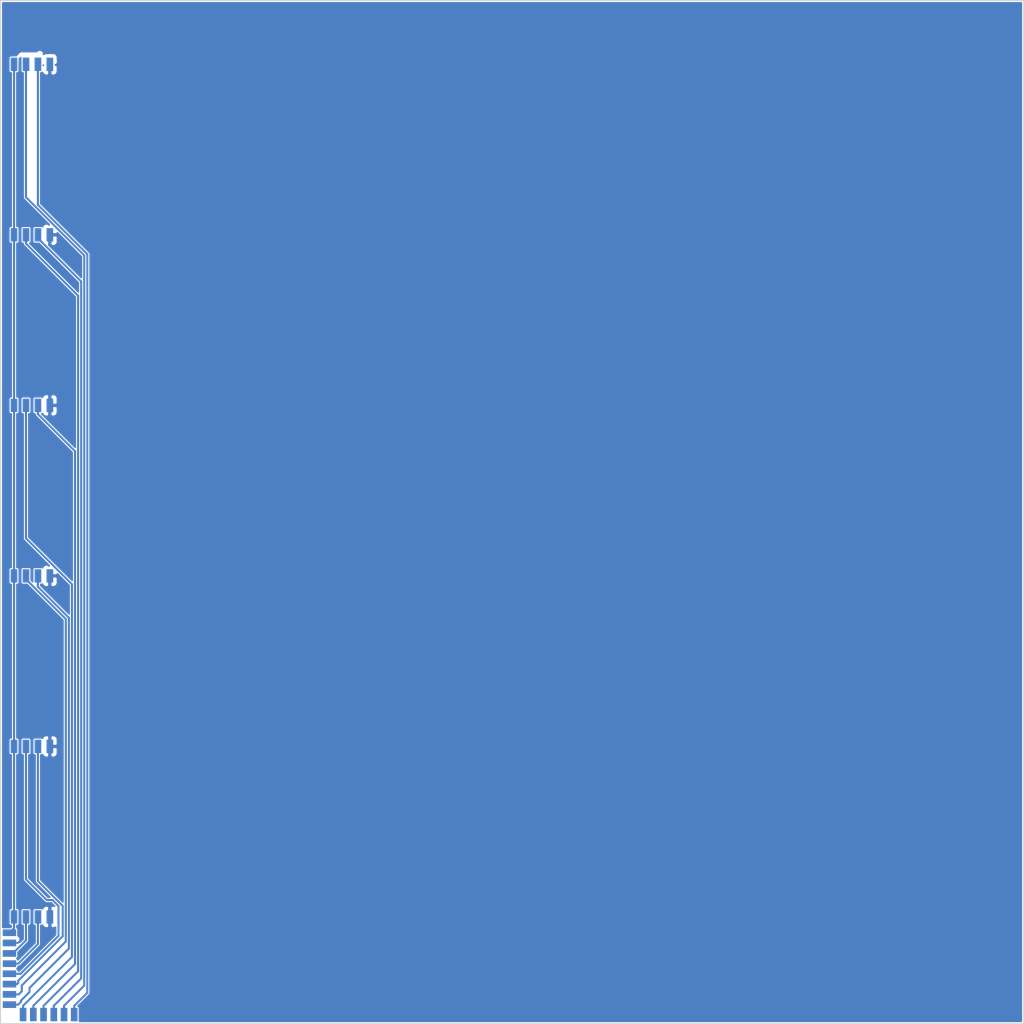
<source format=kicad_pcb>
(kicad_pcb (version 20171130) (host pcbnew 6.0.0-rc1-unknown-0cca1c6~65~ubuntu16.04.1)

  (general
    (thickness 1.6)
    (drawings 4)
    (tracks 80)
    (zones 0)
    (modules 38)
    (nets 5)
  )

  (page A4)
  (layers
    (0 F.Cu signal)
    (1 In1.Cu signal)
    (2 layer1 power)
    (31 layer2 signal)
    (32 B.Adhes user)
    (33 F.Adhes user)
    (34 B.Paste user)
    (35 F.Paste user)
    (36 B.SilkS user)
    (37 F.SilkS user)
    (38 B.Mask user)
    (39 F.Mask user)
    (40 Dwgs.User user)
    (41 Cmts.User user)
    (42 Eco1.User user)
    (43 Eco2.User user)
    (44 Edge.Cuts user)
    (45 Margin user)
    (46 B.CrtYd user)
    (47 F.CrtYd user)
    (48 B.Fab user)
    (49 F.Fab user)
  )

  (setup
    (last_trace_width 0.3048)
    (trace_clearance 0.1524)
    (zone_clearance 0.1524)
    (zone_45_only no)
    (trace_min 0.1524)
    (via_size 0.6)
    (via_drill 0.4)
    (via_min_size 0.4)
    (via_min_drill 0.3)
    (uvia_size 0.3)
    (uvia_drill 0.1)
    (uvias_allowed no)
    (uvia_min_size 0)
    (uvia_min_drill 0)
    (edge_width 0.15)
    (segment_width 0.2)
    (pcb_text_width 0.3)
    (pcb_text_size 1.5 1.5)
    (mod_edge_width 0.15)
    (mod_text_size 1 1)
    (mod_text_width 0.15)
    (pad_size 1 2)
    (pad_drill 0)
    (pad_to_mask_clearance 0.2)
    (aux_axis_origin 0 0)
    (grid_origin 139 92.5)
    (visible_elements FFFFFF7F)
    (pcbplotparams
      (layerselection 0x00030_80000001)
      (usegerberextensions false)
      (usegerberattributes false)
      (usegerberadvancedattributes false)
      (creategerberjobfile false)
      (excludeedgelayer true)
      (linewidth 0.100000)
      (plotframeref false)
      (viasonmask false)
      (mode 1)
      (useauxorigin false)
      (hpglpennumber 1)
      (hpglpenspeed 20)
      (hpglpendiameter 15.000000)
      (psnegative false)
      (psa4output false)
      (plotreference true)
      (plotvalue true)
      (plotinvisibletext false)
      (padsonsilk false)
      (subtractmaskfromsilk false)
      (outputformat 1)
      (mirror false)
      (drillshape 1)
      (scaleselection 1)
      (outputdirectory ""))
  )

  (net 0 "")
  (net 1 GND)
  (net 2 +3V3)
  (net 3 "Net-(J2-Pad1)")
  (net 4 "Net-(J1-Pad1)")

  (net_class Default "This is the default net class."
    (clearance 0.1524)
    (trace_width 0.3048)
    (via_dia 0.6)
    (via_drill 0.4)
    (uvia_dia 0.3)
    (uvia_drill 0.1)
    (add_net "Net-(J1-Pad1)")
    (add_net "Net-(J2-Pad1)")
  )

  (net_class 3.3 ""
    (clearance 0.1524)
    (trace_width 0.3048)
    (via_dia 0.6)
    (via_drill 0.4)
    (uvia_dia 0.3)
    (uvia_drill 0.1)
    (add_net +3V3)
  )

  (net_class GND ""
    (clearance 0.1524)
    (trace_width 0.254)
    (via_dia 0.6)
    (via_drill 0.4)
    (uvia_dia 0.3)
    (uvia_drill 0.1)
    (add_net GND)
  )

  (module custom_lib:SolderWirePad_single_SMD_1x2mm (layer layer2) (tedit 5B6AEF91) (tstamp 5B6E30C8)
    (at 52.132 164.255 90)
    (descr "Wire Pad, Square, SMD Pad,  1.5mm x 3mm,")
    (tags "MesurementPoint Square SMDPad 1.5mmx3mm ")
    (attr smd)
    (fp_text reference REF**5 (at 0 2.6416 90) (layer B.SilkS) hide
      (effects (font (size 1 1) (thickness 0.15)) (justify mirror))
    )
    (fp_text value SolderWirePad_single_SMD_1x2mm (at 0 -2.9464 90) (layer B.Fab) hide
      (effects (font (size 1 1) (thickness 0.15)) (justify mirror))
    )
    (fp_line (start 0.7 1.2) (end -0.7 1.2) (layer B.CrtYd) (width 0.05))
    (fp_line (start 0.7 -1.2) (end 0.7 1.2) (layer B.CrtYd) (width 0.05))
    (fp_line (start -0.7 -1.2) (end 0.7 -1.2) (layer B.CrtYd) (width 0.05))
    (fp_line (start -0.7 1.2) (end -0.7 -1.2) (layer B.CrtYd) (width 0.05))
    (pad 1 smd rect (at 0 0 90) (size 1 2) (layers layer2 B.Paste B.Mask)
      (net 2 +3V3))
  )

  (module custom_lib:SolderWirePad_single_SMD_1x2mm (layer layer2) (tedit 5B6AEF86) (tstamp 5B6E2F6C)
    (at 52.132 165.779 90)
    (descr "Wire Pad, Square, SMD Pad,  1.5mm x 3mm,")
    (tags "MesurementPoint Square SMDPad 1.5mmx3mm ")
    (attr smd)
    (fp_text reference REF**5 (at 0 2.6416 90) (layer B.SilkS) hide
      (effects (font (size 1 1) (thickness 0.15)) (justify mirror))
    )
    (fp_text value SolderWirePad_single_SMD_1x2mm (at 0 -2.9464 90) (layer B.Fab) hide
      (effects (font (size 1 1) (thickness 0.15)) (justify mirror))
    )
    (fp_line (start -0.7 1.2) (end -0.7 -1.2) (layer B.CrtYd) (width 0.05))
    (fp_line (start -0.7 -1.2) (end 0.7 -1.2) (layer B.CrtYd) (width 0.05))
    (fp_line (start 0.7 -1.2) (end 0.7 1.2) (layer B.CrtYd) (width 0.05))
    (fp_line (start 0.7 1.2) (end -0.7 1.2) (layer B.CrtYd) (width 0.05))
    (pad 1 smd rect (at 0 0 90) (size 1 2) (layers layer2 B.Paste B.Mask)
      (net 1 GND))
  )

  (module custom_lib:SolderWirePad_single_SMD_1x2mm (layer layer2) (tedit 5B6AEFA0) (tstamp 5B6E2074)
    (at 52.135 170.369 270)
    (descr "Wire Pad, Square, SMD Pad,  1.5mm x 3mm,")
    (tags "MesurementPoint Square SMDPad 1.5mmx3mm ")
    (attr smd)
    (fp_text reference REF**5 (at 0 2.6416 270) (layer B.SilkS) hide
      (effects (font (size 1 1) (thickness 0.15)) (justify mirror))
    )
    (fp_text value SolderWirePad_single_SMD_1x2mm (at 0 -2.9464 270) (layer B.Fab) hide
      (effects (font (size 1 1) (thickness 0.15)) (justify mirror))
    )
    (fp_line (start -0.7 1.2) (end -0.7 -1.2) (layer B.CrtYd) (width 0.05))
    (fp_line (start -0.7 -1.2) (end 0.7 -1.2) (layer B.CrtYd) (width 0.05))
    (fp_line (start 0.7 -1.2) (end 0.7 1.2) (layer B.CrtYd) (width 0.05))
    (fp_line (start 0.7 1.2) (end -0.7 1.2) (layer B.CrtYd) (width 0.05))
    (pad 1 smd rect (at 0 0 270) (size 1 2) (layers layer2 B.Paste B.Mask)
      (net 3 "Net-(J2-Pad1)"))
  )

  (module custom_lib:SolderWirePad_single_SMD_1x2mm (layer layer2) (tedit 5B6AEFA0) (tstamp 5B6E206C)
    (at 52.135 173.4424 270)
    (descr "Wire Pad, Square, SMD Pad,  1.5mm x 3mm,")
    (tags "MesurementPoint Square SMDPad 1.5mmx3mm ")
    (attr smd)
    (fp_text reference REF**5 (at 0 2.6416 270) (layer B.SilkS) hide
      (effects (font (size 1 1) (thickness 0.15)) (justify mirror))
    )
    (fp_text value SolderWirePad_single_SMD_1x2mm (at 0 -2.9464 270) (layer B.Fab) hide
      (effects (font (size 1 1) (thickness 0.15)) (justify mirror))
    )
    (fp_line (start 0.7 1.2) (end -0.7 1.2) (layer B.CrtYd) (width 0.05))
    (fp_line (start 0.7 -1.2) (end 0.7 1.2) (layer B.CrtYd) (width 0.05))
    (fp_line (start -0.7 -1.2) (end 0.7 -1.2) (layer B.CrtYd) (width 0.05))
    (fp_line (start -0.7 1.2) (end -0.7 -1.2) (layer B.CrtYd) (width 0.05))
    (pad 1 smd rect (at 0 0 270) (size 1 2) (layers layer2 B.Paste B.Mask)
      (net 3 "Net-(J2-Pad1)"))
  )

  (module custom_lib:SolderWirePad_single_SMD_1x2mm (layer layer2) (tedit 5B6AEFA5) (tstamp 5B6E2064)
    (at 52.135 174.9664 270)
    (descr "Wire Pad, Square, SMD Pad,  1.5mm x 3mm,")
    (tags "MesurementPoint Square SMDPad 1.5mmx3mm ")
    (attr smd)
    (fp_text reference REF**5 (at 0 2.6416 270) (layer B.SilkS) hide
      (effects (font (size 1 1) (thickness 0.15)) (justify mirror))
    )
    (fp_text value SolderWirePad_single_SMD_1x2mm (at 0 -2.9464 270) (layer B.Fab) hide
      (effects (font (size 1 1) (thickness 0.15)) (justify mirror))
    )
    (fp_line (start -0.7 1.2) (end -0.7 -1.2) (layer B.CrtYd) (width 0.05))
    (fp_line (start -0.7 -1.2) (end 0.7 -1.2) (layer B.CrtYd) (width 0.05))
    (fp_line (start 0.7 -1.2) (end 0.7 1.2) (layer B.CrtYd) (width 0.05))
    (fp_line (start 0.7 1.2) (end -0.7 1.2) (layer B.CrtYd) (width 0.05))
    (pad 1 smd rect (at 0 0 270) (size 1 2) (layers layer2 B.Paste B.Mask)
      (net 4 "Net-(J1-Pad1)"))
  )

  (module custom_lib:SolderWirePad_single_SMD_1x2mm (layer layer2) (tedit 5B6AEFA5) (tstamp 5B6E205C)
    (at 52.135 171.914 270)
    (descr "Wire Pad, Square, SMD Pad,  1.5mm x 3mm,")
    (tags "MesurementPoint Square SMDPad 1.5mmx3mm ")
    (attr smd)
    (fp_text reference REF**5 (at 0 2.6416 270) (layer B.SilkS) hide
      (effects (font (size 1 1) (thickness 0.15)) (justify mirror))
    )
    (fp_text value SolderWirePad_single_SMD_1x2mm (at 0 -2.9464 270) (layer B.Fab) hide
      (effects (font (size 1 1) (thickness 0.15)) (justify mirror))
    )
    (fp_line (start 0.7 1.2) (end -0.7 1.2) (layer B.CrtYd) (width 0.05))
    (fp_line (start 0.7 -1.2) (end 0.7 1.2) (layer B.CrtYd) (width 0.05))
    (fp_line (start -0.7 -1.2) (end 0.7 -1.2) (layer B.CrtYd) (width 0.05))
    (fp_line (start -0.7 1.2) (end -0.7 -1.2) (layer B.CrtYd) (width 0.05))
    (pad 1 smd rect (at 0 0 270) (size 1 2) (layers layer2 B.Paste B.Mask)
      (net 4 "Net-(J1-Pad1)"))
  )

  (module custom_lib:SolderWirePad_single_SMD_1x2mm (layer layer2) (tedit 5B6AEFA0) (tstamp 5B6E1ECD)
    (at 52.135 167.342 270)
    (descr "Wire Pad, Square, SMD Pad,  1.5mm x 3mm,")
    (tags "MesurementPoint Square SMDPad 1.5mmx3mm ")
    (attr smd)
    (fp_text reference REF**5 (at 0 2.6416 270) (layer B.SilkS) hide
      (effects (font (size 1 1) (thickness 0.15)) (justify mirror))
    )
    (fp_text value SolderWirePad_single_SMD_1x2mm (at 0 -2.9464 270) (layer B.Fab) hide
      (effects (font (size 1 1) (thickness 0.15)) (justify mirror))
    )
    (fp_line (start -0.7 1.2) (end -0.7 -1.2) (layer B.CrtYd) (width 0.05))
    (fp_line (start -0.7 -1.2) (end 0.7 -1.2) (layer B.CrtYd) (width 0.05))
    (fp_line (start 0.7 -1.2) (end 0.7 1.2) (layer B.CrtYd) (width 0.05))
    (fp_line (start 0.7 1.2) (end -0.7 1.2) (layer B.CrtYd) (width 0.05))
    (pad 1 smd rect (at 0 0 270) (size 1 2) (layers layer2 B.Paste B.Mask)
      (net 3 "Net-(J2-Pad1)"))
  )

  (module custom_lib:SolderWirePad_single_SMD_1x2mm (layer layer2) (tedit 5B6AEFA0) (tstamp 5B6E1EC5)
    (at 54.164 176.447)
    (descr "Wire Pad, Square, SMD Pad,  1.5mm x 3mm,")
    (tags "MesurementPoint Square SMDPad 1.5mmx3mm ")
    (attr smd)
    (fp_text reference REF**5 (at 0 2.6416) (layer B.SilkS) hide
      (effects (font (size 1 1) (thickness 0.15)) (justify mirror))
    )
    (fp_text value SolderWirePad_single_SMD_1x2mm (at 0 -2.9464) (layer B.Fab) hide
      (effects (font (size 1 1) (thickness 0.15)) (justify mirror))
    )
    (fp_line (start 0.7 1.2) (end -0.7 1.2) (layer B.CrtYd) (width 0.05))
    (fp_line (start 0.7 -1.2) (end 0.7 1.2) (layer B.CrtYd) (width 0.05))
    (fp_line (start -0.7 -1.2) (end 0.7 -1.2) (layer B.CrtYd) (width 0.05))
    (fp_line (start -0.7 1.2) (end -0.7 -1.2) (layer B.CrtYd) (width 0.05))
    (pad 1 smd rect (at 0 0) (size 1 2) (layers layer2 B.Paste B.Mask)
      (net 3 "Net-(J2-Pad1)"))
  )

  (module custom_lib:SolderWirePad_single_SMD_1x2mm (layer layer2) (tedit 5B6AEFA5) (tstamp 5B6E1EBD)
    (at 55.688 176.4352)
    (descr "Wire Pad, Square, SMD Pad,  1.5mm x 3mm,")
    (tags "MesurementPoint Square SMDPad 1.5mmx3mm ")
    (attr smd)
    (fp_text reference REF**5 (at 0 2.6416) (layer B.SilkS) hide
      (effects (font (size 1 1) (thickness 0.15)) (justify mirror))
    )
    (fp_text value SolderWirePad_single_SMD_1x2mm (at 0 -2.9464) (layer B.Fab) hide
      (effects (font (size 1 1) (thickness 0.15)) (justify mirror))
    )
    (fp_line (start -0.7 1.2) (end -0.7 -1.2) (layer B.CrtYd) (width 0.05))
    (fp_line (start -0.7 -1.2) (end 0.7 -1.2) (layer B.CrtYd) (width 0.05))
    (fp_line (start 0.7 -1.2) (end 0.7 1.2) (layer B.CrtYd) (width 0.05))
    (fp_line (start 0.7 1.2) (end -0.7 1.2) (layer B.CrtYd) (width 0.05))
    (pad 1 smd rect (at 0 0) (size 1 2) (layers layer2 B.Paste B.Mask)
      (net 4 "Net-(J1-Pad1)"))
  )

  (module custom_lib:SolderWirePad_single_SMD_1x2mm (layer layer2) (tedit 5B6AEFA5) (tstamp 5B6E1EB5)
    (at 52.135 168.866 270)
    (descr "Wire Pad, Square, SMD Pad,  1.5mm x 3mm,")
    (tags "MesurementPoint Square SMDPad 1.5mmx3mm ")
    (attr smd)
    (fp_text reference REF**5 (at 0 2.6416 270) (layer B.SilkS) hide
      (effects (font (size 1 1) (thickness 0.15)) (justify mirror))
    )
    (fp_text value SolderWirePad_single_SMD_1x2mm (at 0 -2.9464 270) (layer B.Fab) hide
      (effects (font (size 1 1) (thickness 0.15)) (justify mirror))
    )
    (fp_line (start 0.7 1.2) (end -0.7 1.2) (layer B.CrtYd) (width 0.05))
    (fp_line (start 0.7 -1.2) (end 0.7 1.2) (layer B.CrtYd) (width 0.05))
    (fp_line (start -0.7 -1.2) (end 0.7 -1.2) (layer B.CrtYd) (width 0.05))
    (fp_line (start -0.7 1.2) (end -0.7 -1.2) (layer B.CrtYd) (width 0.05))
    (pad 1 smd rect (at 0 0 270) (size 1 2) (layers layer2 B.Paste B.Mask)
      (net 4 "Net-(J1-Pad1)"))
  )

  (module custom_lib:SolderWirePad_single_SMD_1x2mm (layer layer2) (tedit 5B6AEFA0) (tstamp 5B6E1D5E)
    (at 57.212 176.447)
    (descr "Wire Pad, Square, SMD Pad,  1.5mm x 3mm,")
    (tags "MesurementPoint Square SMDPad 1.5mmx3mm ")
    (attr smd)
    (fp_text reference REF**5 (at 0 2.6416) (layer B.SilkS) hide
      (effects (font (size 1 1) (thickness 0.15)) (justify mirror))
    )
    (fp_text value SolderWirePad_single_SMD_1x2mm (at 0 -2.9464) (layer B.Fab) hide
      (effects (font (size 1 1) (thickness 0.15)) (justify mirror))
    )
    (fp_line (start 0.7 1.2) (end -0.7 1.2) (layer B.CrtYd) (width 0.05))
    (fp_line (start 0.7 -1.2) (end 0.7 1.2) (layer B.CrtYd) (width 0.05))
    (fp_line (start -0.7 -1.2) (end 0.7 -1.2) (layer B.CrtYd) (width 0.05))
    (fp_line (start -0.7 1.2) (end -0.7 -1.2) (layer B.CrtYd) (width 0.05))
    (pad 1 smd rect (at 0 0) (size 1 2) (layers layer2 B.Paste B.Mask)
      (net 3 "Net-(J2-Pad1)"))
  )

  (module custom_lib:SolderWirePad_single_SMD_1x2mm (layer layer2) (tedit 5B6AEFA5) (tstamp 5B6E1D56)
    (at 58.736 176.447)
    (descr "Wire Pad, Square, SMD Pad,  1.5mm x 3mm,")
    (tags "MesurementPoint Square SMDPad 1.5mmx3mm ")
    (attr smd)
    (fp_text reference REF**5 (at 0 2.6416) (layer B.SilkS) hide
      (effects (font (size 1 1) (thickness 0.15)) (justify mirror))
    )
    (fp_text value SolderWirePad_single_SMD_1x2mm (at 0 -2.9464) (layer B.Fab) hide
      (effects (font (size 1 1) (thickness 0.15)) (justify mirror))
    )
    (fp_line (start -0.7 1.2) (end -0.7 -1.2) (layer B.CrtYd) (width 0.05))
    (fp_line (start -0.7 -1.2) (end 0.7 -1.2) (layer B.CrtYd) (width 0.05))
    (fp_line (start 0.7 -1.2) (end 0.7 1.2) (layer B.CrtYd) (width 0.05))
    (fp_line (start 0.7 1.2) (end -0.7 1.2) (layer B.CrtYd) (width 0.05))
    (pad 1 smd rect (at 0 0) (size 1 2) (layers layer2 B.Paste B.Mask)
      (net 4 "Net-(J1-Pad1)"))
  )

  (module custom_lib:SolderWirePad_single_SMD_1x2mm (layer layer2) (tedit 5B6AEFA0) (tstamp 5B6E1B5E)
    (at 60.26 176.447)
    (descr "Wire Pad, Square, SMD Pad,  1.5mm x 3mm,")
    (tags "MesurementPoint Square SMDPad 1.5mmx3mm ")
    (attr smd)
    (fp_text reference REF**5 (at 0 2.6416) (layer B.SilkS) hide
      (effects (font (size 1 1) (thickness 0.15)) (justify mirror))
    )
    (fp_text value SolderWirePad_single_SMD_1x2mm (at 0 -2.9464) (layer B.Fab) hide
      (effects (font (size 1 1) (thickness 0.15)) (justify mirror))
    )
    (fp_line (start -0.7 1.2) (end -0.7 -1.2) (layer B.CrtYd) (width 0.05))
    (fp_line (start -0.7 -1.2) (end 0.7 -1.2) (layer B.CrtYd) (width 0.05))
    (fp_line (start 0.7 -1.2) (end 0.7 1.2) (layer B.CrtYd) (width 0.05))
    (fp_line (start 0.7 1.2) (end -0.7 1.2) (layer B.CrtYd) (width 0.05))
    (pad 1 smd rect (at 0 0) (size 1 2) (layers layer2 B.Paste B.Mask)
      (net 3 "Net-(J2-Pad1)"))
  )

  (module custom_lib:SolderWirePad_single_SMD_1x2mm (layer layer2) (tedit 5B6AEFA5) (tstamp 5B6E1B56)
    (at 61.784 176.447)
    (descr "Wire Pad, Square, SMD Pad,  1.5mm x 3mm,")
    (tags "MesurementPoint Square SMDPad 1.5mmx3mm ")
    (attr smd)
    (fp_text reference REF**5 (at 0 2.6416) (layer B.SilkS) hide
      (effects (font (size 1 1) (thickness 0.15)) (justify mirror))
    )
    (fp_text value SolderWirePad_single_SMD_1x2mm (at 0 -2.9464) (layer B.Fab) hide
      (effects (font (size 1 1) (thickness 0.15)) (justify mirror))
    )
    (fp_line (start 0.7 1.2) (end -0.7 1.2) (layer B.CrtYd) (width 0.05))
    (fp_line (start 0.7 -1.2) (end 0.7 1.2) (layer B.CrtYd) (width 0.05))
    (fp_line (start -0.7 -1.2) (end 0.7 -1.2) (layer B.CrtYd) (width 0.05))
    (fp_line (start -0.7 1.2) (end -0.7 -1.2) (layer B.CrtYd) (width 0.05))
    (pad 1 smd rect (at 0 0) (size 1 2) (layers layer2 B.Paste B.Mask)
      (net 4 "Net-(J1-Pad1)"))
  )

  (module custom_lib:SolderWirePad_single_SMD_1x2mm (layer layer2) (tedit 5B6AEF86) (tstamp 5B6E190E)
    (at 58.1518 161.9064)
    (descr "Wire Pad, Square, SMD Pad,  1.5mm x 3mm,")
    (tags "MesurementPoint Square SMDPad 1.5mmx3mm ")
    (attr smd)
    (fp_text reference REF**5 (at 0 2.6416) (layer B.SilkS) hide
      (effects (font (size 1 1) (thickness 0.15)) (justify mirror))
    )
    (fp_text value SolderWirePad_single_SMD_1x2mm (at 0 -2.9464) (layer B.Fab) hide
      (effects (font (size 1 1) (thickness 0.15)) (justify mirror))
    )
    (fp_line (start 0.7 1.2) (end -0.7 1.2) (layer B.CrtYd) (width 0.05))
    (fp_line (start 0.7 -1.2) (end 0.7 1.2) (layer B.CrtYd) (width 0.05))
    (fp_line (start -0.7 -1.2) (end 0.7 -1.2) (layer B.CrtYd) (width 0.05))
    (fp_line (start -0.7 1.2) (end -0.7 -1.2) (layer B.CrtYd) (width 0.05))
    (pad 1 smd rect (at 0 0) (size 1 2) (layers layer2 B.Paste B.Mask)
      (net 1 GND))
  )

  (module custom_lib:SolderWirePad_single_SMD_1x2mm (layer layer2) (tedit 5B6AEF86) (tstamp 5B6E1906)
    (at 58.1518 136.5064)
    (descr "Wire Pad, Square, SMD Pad,  1.5mm x 3mm,")
    (tags "MesurementPoint Square SMDPad 1.5mmx3mm ")
    (attr smd)
    (fp_text reference REF**4 (at 0 2.6416) (layer B.SilkS) hide
      (effects (font (size 1 1) (thickness 0.15)) (justify mirror))
    )
    (fp_text value SolderWirePad_single_SMD_1x2mm (at 0 -2.9464) (layer B.Fab) hide
      (effects (font (size 1 1) (thickness 0.15)) (justify mirror))
    )
    (fp_line (start 0.7 1.2) (end -0.7 1.2) (layer B.CrtYd) (width 0.05))
    (fp_line (start 0.7 -1.2) (end 0.7 1.2) (layer B.CrtYd) (width 0.05))
    (fp_line (start -0.7 -1.2) (end 0.7 -1.2) (layer B.CrtYd) (width 0.05))
    (fp_line (start -0.7 1.2) (end -0.7 -1.2) (layer B.CrtYd) (width 0.05))
    (pad 1 smd rect (at 0 0) (size 1 2) (layers layer2 B.Paste B.Mask)
      (net 1 GND))
  )

  (module custom_lib:SolderWirePad_single_SMD_1x2mm (layer layer2) (tedit 5B6AEF86) (tstamp 5B6E18FE)
    (at 58.1518 111.1064)
    (descr "Wire Pad, Square, SMD Pad,  1.5mm x 3mm,")
    (tags "MesurementPoint Square SMDPad 1.5mmx3mm ")
    (attr smd)
    (fp_text reference REF**3 (at 0 2.6416) (layer B.SilkS) hide
      (effects (font (size 1 1) (thickness 0.15)) (justify mirror))
    )
    (fp_text value SolderWirePad_single_SMD_1x2mm (at 0 -2.9464) (layer B.Fab) hide
      (effects (font (size 1 1) (thickness 0.15)) (justify mirror))
    )
    (fp_line (start 0.7 1.2) (end -0.7 1.2) (layer B.CrtYd) (width 0.05))
    (fp_line (start 0.7 -1.2) (end 0.7 1.2) (layer B.CrtYd) (width 0.05))
    (fp_line (start -0.7 -1.2) (end 0.7 -1.2) (layer B.CrtYd) (width 0.05))
    (fp_line (start -0.7 1.2) (end -0.7 -1.2) (layer B.CrtYd) (width 0.05))
    (pad 1 smd rect (at 0 0) (size 1 2) (layers layer2 B.Paste B.Mask)
      (net 1 GND))
  )

  (module custom_lib:SolderWirePad_single_SMD_1x2mm (layer layer2) (tedit 5B6AEF86) (tstamp 5B6E18F6)
    (at 58.1518 85.7064)
    (descr "Wire Pad, Square, SMD Pad,  1.5mm x 3mm,")
    (tags "MesurementPoint Square SMDPad 1.5mmx3mm ")
    (attr smd)
    (fp_text reference REF**2 (at 0 2.6416) (layer B.SilkS) hide
      (effects (font (size 1 1) (thickness 0.15)) (justify mirror))
    )
    (fp_text value SolderWirePad_single_SMD_1x2mm (at 0 -2.9464) (layer B.Fab) hide
      (effects (font (size 1 1) (thickness 0.15)) (justify mirror))
    )
    (fp_line (start 0.7 1.2) (end -0.7 1.2) (layer B.CrtYd) (width 0.05))
    (fp_line (start 0.7 -1.2) (end 0.7 1.2) (layer B.CrtYd) (width 0.05))
    (fp_line (start -0.7 -1.2) (end 0.7 -1.2) (layer B.CrtYd) (width 0.05))
    (fp_line (start -0.7 1.2) (end -0.7 -1.2) (layer B.CrtYd) (width 0.05))
    (pad 1 smd rect (at 0 0) (size 1 2) (layers layer2 B.Paste B.Mask)
      (net 1 GND))
  )

  (module custom_lib:SolderWirePad_single_SMD_1x2mm (layer layer2) (tedit 5B6AEF86) (tstamp 5B6E18EE)
    (at 58.1518 60.3064)
    (descr "Wire Pad, Square, SMD Pad,  1.5mm x 3mm,")
    (tags "MesurementPoint Square SMDPad 1.5mmx3mm ")
    (attr smd)
    (fp_text reference REF**1 (at 0 2.6416) (layer B.SilkS) hide
      (effects (font (size 1 1) (thickness 0.15)) (justify mirror))
    )
    (fp_text value SolderWirePad_single_SMD_1x2mm (at 0 -2.9464) (layer B.Fab) hide
      (effects (font (size 1 1) (thickness 0.15)) (justify mirror))
    )
    (fp_line (start 0.7 1.2) (end -0.7 1.2) (layer B.CrtYd) (width 0.05))
    (fp_line (start 0.7 -1.2) (end 0.7 1.2) (layer B.CrtYd) (width 0.05))
    (fp_line (start -0.7 -1.2) (end 0.7 -1.2) (layer B.CrtYd) (width 0.05))
    (fp_line (start -0.7 1.2) (end -0.7 -1.2) (layer B.CrtYd) (width 0.05))
    (pad 1 smd rect (at 0 0) (size 1 2) (layers layer2 B.Paste B.Mask)
      (net 1 GND))
  )

  (module custom_lib:SolderWirePad_single_SMD_1x2mm (layer layer2) (tedit 5B6AEFA5) (tstamp 5B6E18E6)
    (at 56.3738 161.9064)
    (descr "Wire Pad, Square, SMD Pad,  1.5mm x 3mm,")
    (tags "MesurementPoint Square SMDPad 1.5mmx3mm ")
    (attr smd)
    (fp_text reference REF**5 (at 0 2.6416) (layer B.SilkS) hide
      (effects (font (size 1 1) (thickness 0.15)) (justify mirror))
    )
    (fp_text value SolderWirePad_single_SMD_1x2mm (at 0 -2.9464) (layer B.Fab) hide
      (effects (font (size 1 1) (thickness 0.15)) (justify mirror))
    )
    (fp_line (start -0.7 1.2) (end -0.7 -1.2) (layer B.CrtYd) (width 0.05))
    (fp_line (start -0.7 -1.2) (end 0.7 -1.2) (layer B.CrtYd) (width 0.05))
    (fp_line (start 0.7 -1.2) (end 0.7 1.2) (layer B.CrtYd) (width 0.05))
    (fp_line (start 0.7 1.2) (end -0.7 1.2) (layer B.CrtYd) (width 0.05))
    (pad 1 smd rect (at 0 0) (size 1 2) (layers layer2 B.Paste B.Mask)
      (net 4 "Net-(J1-Pad1)"))
  )

  (module custom_lib:SolderWirePad_single_SMD_1x2mm (layer layer2) (tedit 5B6AEFA5) (tstamp 5B6E18DE)
    (at 56.3738 136.5064)
    (descr "Wire Pad, Square, SMD Pad,  1.5mm x 3mm,")
    (tags "MesurementPoint Square SMDPad 1.5mmx3mm ")
    (attr smd)
    (fp_text reference REF**4 (at 0 2.6416) (layer B.SilkS) hide
      (effects (font (size 1 1) (thickness 0.15)) (justify mirror))
    )
    (fp_text value SolderWirePad_single_SMD_1x2mm (at 0 -2.9464) (layer B.Fab) hide
      (effects (font (size 1 1) (thickness 0.15)) (justify mirror))
    )
    (fp_line (start -0.7 1.2) (end -0.7 -1.2) (layer B.CrtYd) (width 0.05))
    (fp_line (start -0.7 -1.2) (end 0.7 -1.2) (layer B.CrtYd) (width 0.05))
    (fp_line (start 0.7 -1.2) (end 0.7 1.2) (layer B.CrtYd) (width 0.05))
    (fp_line (start 0.7 1.2) (end -0.7 1.2) (layer B.CrtYd) (width 0.05))
    (pad 1 smd rect (at 0 0) (size 1 2) (layers layer2 B.Paste B.Mask)
      (net 4 "Net-(J1-Pad1)"))
  )

  (module custom_lib:SolderWirePad_single_SMD_1x2mm (layer layer2) (tedit 5B6AEFA5) (tstamp 5B6E18D6)
    (at 56.3738 111.1064)
    (descr "Wire Pad, Square, SMD Pad,  1.5mm x 3mm,")
    (tags "MesurementPoint Square SMDPad 1.5mmx3mm ")
    (attr smd)
    (fp_text reference REF**3 (at 0 2.6416) (layer B.SilkS) hide
      (effects (font (size 1 1) (thickness 0.15)) (justify mirror))
    )
    (fp_text value SolderWirePad_single_SMD_1x2mm (at 0 -2.9464) (layer B.Fab) hide
      (effects (font (size 1 1) (thickness 0.15)) (justify mirror))
    )
    (fp_line (start -0.7 1.2) (end -0.7 -1.2) (layer B.CrtYd) (width 0.05))
    (fp_line (start -0.7 -1.2) (end 0.7 -1.2) (layer B.CrtYd) (width 0.05))
    (fp_line (start 0.7 -1.2) (end 0.7 1.2) (layer B.CrtYd) (width 0.05))
    (fp_line (start 0.7 1.2) (end -0.7 1.2) (layer B.CrtYd) (width 0.05))
    (pad 1 smd rect (at 0 0) (size 1 2) (layers layer2 B.Paste B.Mask)
      (net 4 "Net-(J1-Pad1)"))
  )

  (module custom_lib:SolderWirePad_single_SMD_1x2mm (layer layer2) (tedit 5B6AEFA5) (tstamp 5B6E18CE)
    (at 56.3738 85.7064)
    (descr "Wire Pad, Square, SMD Pad,  1.5mm x 3mm,")
    (tags "MesurementPoint Square SMDPad 1.5mmx3mm ")
    (attr smd)
    (fp_text reference REF**2 (at 0 2.6416) (layer B.SilkS) hide
      (effects (font (size 1 1) (thickness 0.15)) (justify mirror))
    )
    (fp_text value SolderWirePad_single_SMD_1x2mm (at 0 -2.9464) (layer B.Fab) hide
      (effects (font (size 1 1) (thickness 0.15)) (justify mirror))
    )
    (fp_line (start -0.7 1.2) (end -0.7 -1.2) (layer B.CrtYd) (width 0.05))
    (fp_line (start -0.7 -1.2) (end 0.7 -1.2) (layer B.CrtYd) (width 0.05))
    (fp_line (start 0.7 -1.2) (end 0.7 1.2) (layer B.CrtYd) (width 0.05))
    (fp_line (start 0.7 1.2) (end -0.7 1.2) (layer B.CrtYd) (width 0.05))
    (pad 1 smd rect (at 0 0) (size 1 2) (layers layer2 B.Paste B.Mask)
      (net 4 "Net-(J1-Pad1)"))
  )

  (module custom_lib:SolderWirePad_single_SMD_1x2mm (layer layer2) (tedit 5B6AEFA5) (tstamp 5B6E18C6)
    (at 56.3738 60.3064)
    (descr "Wire Pad, Square, SMD Pad,  1.5mm x 3mm,")
    (tags "MesurementPoint Square SMDPad 1.5mmx3mm ")
    (attr smd)
    (fp_text reference REF**1 (at 0 2.6416) (layer B.SilkS) hide
      (effects (font (size 1 1) (thickness 0.15)) (justify mirror))
    )
    (fp_text value SolderWirePad_single_SMD_1x2mm (at 0 -2.9464) (layer B.Fab) hide
      (effects (font (size 1 1) (thickness 0.15)) (justify mirror))
    )
    (fp_line (start -0.7 1.2) (end -0.7 -1.2) (layer B.CrtYd) (width 0.05))
    (fp_line (start -0.7 -1.2) (end 0.7 -1.2) (layer B.CrtYd) (width 0.05))
    (fp_line (start 0.7 -1.2) (end 0.7 1.2) (layer B.CrtYd) (width 0.05))
    (fp_line (start 0.7 1.2) (end -0.7 1.2) (layer B.CrtYd) (width 0.05))
    (pad 1 smd rect (at 0 0) (size 1 2) (layers layer2 B.Paste B.Mask)
      (net 4 "Net-(J1-Pad1)"))
  )

  (module custom_lib:SolderWirePad_single_SMD_1x2mm (layer layer2) (tedit 5B6AEFA0) (tstamp 5B6E18BE)
    (at 54.5958 161.9064)
    (descr "Wire Pad, Square, SMD Pad,  1.5mm x 3mm,")
    (tags "MesurementPoint Square SMDPad 1.5mmx3mm ")
    (attr smd)
    (fp_text reference REF**5 (at 0 2.6416) (layer B.SilkS) hide
      (effects (font (size 1 1) (thickness 0.15)) (justify mirror))
    )
    (fp_text value SolderWirePad_single_SMD_1x2mm (at 0 -2.9464) (layer B.Fab) hide
      (effects (font (size 1 1) (thickness 0.15)) (justify mirror))
    )
    (fp_line (start 0.7 1.2) (end -0.7 1.2) (layer B.CrtYd) (width 0.05))
    (fp_line (start 0.7 -1.2) (end 0.7 1.2) (layer B.CrtYd) (width 0.05))
    (fp_line (start -0.7 -1.2) (end 0.7 -1.2) (layer B.CrtYd) (width 0.05))
    (fp_line (start -0.7 1.2) (end -0.7 -1.2) (layer B.CrtYd) (width 0.05))
    (pad 1 smd rect (at 0 0) (size 1 2) (layers layer2 B.Paste B.Mask)
      (net 3 "Net-(J2-Pad1)"))
  )

  (module custom_lib:SolderWirePad_single_SMD_1x2mm (layer layer2) (tedit 5B6AEFA0) (tstamp 5B6E18B6)
    (at 54.5958 136.5064)
    (descr "Wire Pad, Square, SMD Pad,  1.5mm x 3mm,")
    (tags "MesurementPoint Square SMDPad 1.5mmx3mm ")
    (attr smd)
    (fp_text reference REF**4 (at 0 2.6416) (layer B.SilkS) hide
      (effects (font (size 1 1) (thickness 0.15)) (justify mirror))
    )
    (fp_text value SolderWirePad_single_SMD_1x2mm (at 0 -2.9464) (layer B.Fab) hide
      (effects (font (size 1 1) (thickness 0.15)) (justify mirror))
    )
    (fp_line (start 0.7 1.2) (end -0.7 1.2) (layer B.CrtYd) (width 0.05))
    (fp_line (start 0.7 -1.2) (end 0.7 1.2) (layer B.CrtYd) (width 0.05))
    (fp_line (start -0.7 -1.2) (end 0.7 -1.2) (layer B.CrtYd) (width 0.05))
    (fp_line (start -0.7 1.2) (end -0.7 -1.2) (layer B.CrtYd) (width 0.05))
    (pad 1 smd rect (at 0 0) (size 1 2) (layers layer2 B.Paste B.Mask)
      (net 3 "Net-(J2-Pad1)"))
  )

  (module custom_lib:SolderWirePad_single_SMD_1x2mm (layer layer2) (tedit 5B6AEFA0) (tstamp 5B6E18AE)
    (at 54.5958 111.1064)
    (descr "Wire Pad, Square, SMD Pad,  1.5mm x 3mm,")
    (tags "MesurementPoint Square SMDPad 1.5mmx3mm ")
    (attr smd)
    (fp_text reference REF**3 (at 0 2.6416) (layer B.SilkS) hide
      (effects (font (size 1 1) (thickness 0.15)) (justify mirror))
    )
    (fp_text value SolderWirePad_single_SMD_1x2mm (at 0 -2.9464) (layer B.Fab) hide
      (effects (font (size 1 1) (thickness 0.15)) (justify mirror))
    )
    (fp_line (start 0.7 1.2) (end -0.7 1.2) (layer B.CrtYd) (width 0.05))
    (fp_line (start 0.7 -1.2) (end 0.7 1.2) (layer B.CrtYd) (width 0.05))
    (fp_line (start -0.7 -1.2) (end 0.7 -1.2) (layer B.CrtYd) (width 0.05))
    (fp_line (start -0.7 1.2) (end -0.7 -1.2) (layer B.CrtYd) (width 0.05))
    (pad 1 smd rect (at 0 0) (size 1 2) (layers layer2 B.Paste B.Mask)
      (net 3 "Net-(J2-Pad1)"))
  )

  (module custom_lib:SolderWirePad_single_SMD_1x2mm (layer layer2) (tedit 5B6AEFA0) (tstamp 5B6E18A6)
    (at 54.5958 85.7064)
    (descr "Wire Pad, Square, SMD Pad,  1.5mm x 3mm,")
    (tags "MesurementPoint Square SMDPad 1.5mmx3mm ")
    (attr smd)
    (fp_text reference REF**2 (at 0 2.6416) (layer B.SilkS) hide
      (effects (font (size 1 1) (thickness 0.15)) (justify mirror))
    )
    (fp_text value SolderWirePad_single_SMD_1x2mm (at 0 -2.9464) (layer B.Fab) hide
      (effects (font (size 1 1) (thickness 0.15)) (justify mirror))
    )
    (fp_line (start 0.7 1.2) (end -0.7 1.2) (layer B.CrtYd) (width 0.05))
    (fp_line (start 0.7 -1.2) (end 0.7 1.2) (layer B.CrtYd) (width 0.05))
    (fp_line (start -0.7 -1.2) (end 0.7 -1.2) (layer B.CrtYd) (width 0.05))
    (fp_line (start -0.7 1.2) (end -0.7 -1.2) (layer B.CrtYd) (width 0.05))
    (pad 1 smd rect (at 0 0) (size 1 2) (layers layer2 B.Paste B.Mask)
      (net 3 "Net-(J2-Pad1)"))
  )

  (module custom_lib:SolderWirePad_single_SMD_1x2mm (layer layer2) (tedit 5B6AEFA0) (tstamp 5B6E189E)
    (at 54.5958 60.3064)
    (descr "Wire Pad, Square, SMD Pad,  1.5mm x 3mm,")
    (tags "MesurementPoint Square SMDPad 1.5mmx3mm ")
    (attr smd)
    (fp_text reference REF**1 (at 0 2.6416) (layer B.SilkS) hide
      (effects (font (size 1 1) (thickness 0.15)) (justify mirror))
    )
    (fp_text value SolderWirePad_single_SMD_1x2mm (at 0 -2.9464) (layer B.Fab) hide
      (effects (font (size 1 1) (thickness 0.15)) (justify mirror))
    )
    (fp_line (start 0.7 1.2) (end -0.7 1.2) (layer B.CrtYd) (width 0.05))
    (fp_line (start 0.7 -1.2) (end 0.7 1.2) (layer B.CrtYd) (width 0.05))
    (fp_line (start -0.7 -1.2) (end 0.7 -1.2) (layer B.CrtYd) (width 0.05))
    (fp_line (start -0.7 1.2) (end -0.7 -1.2) (layer B.CrtYd) (width 0.05))
    (pad 1 smd rect (at 0 0) (size 1 2) (layers layer2 B.Paste B.Mask)
      (net 3 "Net-(J2-Pad1)"))
  )

  (module custom_lib:SolderWirePad_single_SMD_1x2mm (layer layer2) (tedit 5B6AEF91) (tstamp 5B6E1896)
    (at 52.8178 161.9064)
    (descr "Wire Pad, Square, SMD Pad,  1.5mm x 3mm,")
    (tags "MesurementPoint Square SMDPad 1.5mmx3mm ")
    (attr smd)
    (fp_text reference REF**5 (at 0 2.6416) (layer B.SilkS) hide
      (effects (font (size 1 1) (thickness 0.15)) (justify mirror))
    )
    (fp_text value SolderWirePad_single_SMD_1x2mm (at 0 -2.9464) (layer B.Fab) hide
      (effects (font (size 1 1) (thickness 0.15)) (justify mirror))
    )
    (fp_line (start -0.7 1.2) (end -0.7 -1.2) (layer B.CrtYd) (width 0.05))
    (fp_line (start -0.7 -1.2) (end 0.7 -1.2) (layer B.CrtYd) (width 0.05))
    (fp_line (start 0.7 -1.2) (end 0.7 1.2) (layer B.CrtYd) (width 0.05))
    (fp_line (start 0.7 1.2) (end -0.7 1.2) (layer B.CrtYd) (width 0.05))
    (pad 1 smd rect (at 0 0) (size 1 2) (layers layer2 B.Paste B.Mask)
      (net 2 +3V3))
  )

  (module custom_lib:SolderWirePad_single_SMD_1x2mm (layer layer2) (tedit 5B6AEF91) (tstamp 5B6E188E)
    (at 52.8178 136.5064)
    (descr "Wire Pad, Square, SMD Pad,  1.5mm x 3mm,")
    (tags "MesurementPoint Square SMDPad 1.5mmx3mm ")
    (attr smd)
    (fp_text reference REF**4 (at 0 2.6416) (layer B.SilkS) hide
      (effects (font (size 1 1) (thickness 0.15)) (justify mirror))
    )
    (fp_text value SolderWirePad_single_SMD_1x2mm (at 0 -2.9464) (layer B.Fab) hide
      (effects (font (size 1 1) (thickness 0.15)) (justify mirror))
    )
    (fp_line (start -0.7 1.2) (end -0.7 -1.2) (layer B.CrtYd) (width 0.05))
    (fp_line (start -0.7 -1.2) (end 0.7 -1.2) (layer B.CrtYd) (width 0.05))
    (fp_line (start 0.7 -1.2) (end 0.7 1.2) (layer B.CrtYd) (width 0.05))
    (fp_line (start 0.7 1.2) (end -0.7 1.2) (layer B.CrtYd) (width 0.05))
    (pad 1 smd rect (at 0 0) (size 1 2) (layers layer2 B.Paste B.Mask)
      (net 2 +3V3))
  )

  (module custom_lib:SolderWirePad_single_SMD_1x2mm (layer layer2) (tedit 5B6AEF91) (tstamp 5B6E1886)
    (at 52.8178 111.1064)
    (descr "Wire Pad, Square, SMD Pad,  1.5mm x 3mm,")
    (tags "MesurementPoint Square SMDPad 1.5mmx3mm ")
    (attr smd)
    (fp_text reference REF**3 (at 0 2.6416) (layer B.SilkS) hide
      (effects (font (size 1 1) (thickness 0.15)) (justify mirror))
    )
    (fp_text value SolderWirePad_single_SMD_1x2mm (at 0 -2.9464) (layer B.Fab) hide
      (effects (font (size 1 1) (thickness 0.15)) (justify mirror))
    )
    (fp_line (start -0.7 1.2) (end -0.7 -1.2) (layer B.CrtYd) (width 0.05))
    (fp_line (start -0.7 -1.2) (end 0.7 -1.2) (layer B.CrtYd) (width 0.05))
    (fp_line (start 0.7 -1.2) (end 0.7 1.2) (layer B.CrtYd) (width 0.05))
    (fp_line (start 0.7 1.2) (end -0.7 1.2) (layer B.CrtYd) (width 0.05))
    (pad 1 smd rect (at 0 0) (size 1 2) (layers layer2 B.Paste B.Mask)
      (net 2 +3V3))
  )

  (module custom_lib:SolderWirePad_single_SMD_1x2mm (layer layer2) (tedit 5B6AEF91) (tstamp 5B6E187E)
    (at 52.8178 85.7064)
    (descr "Wire Pad, Square, SMD Pad,  1.5mm x 3mm,")
    (tags "MesurementPoint Square SMDPad 1.5mmx3mm ")
    (attr smd)
    (fp_text reference REF**2 (at 0 2.6416) (layer B.SilkS) hide
      (effects (font (size 1 1) (thickness 0.15)) (justify mirror))
    )
    (fp_text value SolderWirePad_single_SMD_1x2mm (at 0 -2.9464) (layer B.Fab) hide
      (effects (font (size 1 1) (thickness 0.15)) (justify mirror))
    )
    (fp_line (start -0.7 1.2) (end -0.7 -1.2) (layer B.CrtYd) (width 0.05))
    (fp_line (start -0.7 -1.2) (end 0.7 -1.2) (layer B.CrtYd) (width 0.05))
    (fp_line (start 0.7 -1.2) (end 0.7 1.2) (layer B.CrtYd) (width 0.05))
    (fp_line (start 0.7 1.2) (end -0.7 1.2) (layer B.CrtYd) (width 0.05))
    (pad 1 smd rect (at 0 0) (size 1 2) (layers layer2 B.Paste B.Mask)
      (net 2 +3V3))
  )

  (module custom_lib:SolderWirePad_single_SMD_1x2mm (layer layer2) (tedit 5B6AEF91) (tstamp 5B6E1876)
    (at 52.8178 60.3064)
    (descr "Wire Pad, Square, SMD Pad,  1.5mm x 3mm,")
    (tags "MesurementPoint Square SMDPad 1.5mmx3mm ")
    (attr smd)
    (fp_text reference REF**1 (at 0 2.6416) (layer B.SilkS) hide
      (effects (font (size 1 1) (thickness 0.15)) (justify mirror))
    )
    (fp_text value SolderWirePad_single_SMD_1x2mm (at 0 -2.9464) (layer B.Fab) hide
      (effects (font (size 1 1) (thickness 0.15)) (justify mirror))
    )
    (fp_line (start -0.7 1.2) (end -0.7 -1.2) (layer B.CrtYd) (width 0.05))
    (fp_line (start -0.7 -1.2) (end 0.7 -1.2) (layer B.CrtYd) (width 0.05))
    (fp_line (start 0.7 -1.2) (end 0.7 1.2) (layer B.CrtYd) (width 0.05))
    (fp_line (start 0.7 1.2) (end -0.7 1.2) (layer B.CrtYd) (width 0.05))
    (pad 1 smd rect (at 0 0) (size 1 2) (layers layer2 B.Paste B.Mask)
      (net 2 +3V3))
  )

  (module custom_lib:SolderWirePad_single_SMD_1x2mm (layer layer2) (tedit 5B6AEF91) (tstamp 5B6E0F7C)
    (at 52.8178 34.9064)
    (descr "Wire Pad, Square, SMD Pad,  1.5mm x 3mm,")
    (tags "MesurementPoint Square SMDPad 1.5mmx3mm ")
    (attr smd)
    (fp_text reference REF** (at 0 2.6416) (layer B.SilkS) hide
      (effects (font (size 1 1) (thickness 0.15)) (justify mirror))
    )
    (fp_text value SolderWirePad_single_SMD_1x2mm (at 0 -2.9464) (layer B.Fab) hide
      (effects (font (size 1 1) (thickness 0.15)) (justify mirror))
    )
    (fp_line (start 0.7 1.2) (end -0.7 1.2) (layer B.CrtYd) (width 0.05))
    (fp_line (start 0.7 -1.2) (end 0.7 1.2) (layer B.CrtYd) (width 0.05))
    (fp_line (start -0.7 -1.2) (end 0.7 -1.2) (layer B.CrtYd) (width 0.05))
    (fp_line (start -0.7 1.2) (end -0.7 -1.2) (layer B.CrtYd) (width 0.05))
    (pad 1 smd rect (at 0 0) (size 1 2) (layers layer2 B.Paste B.Mask)
      (net 2 +3V3))
  )

  (module custom_lib:SolderWirePad_single_SMD_1x2mm (layer layer2) (tedit 5B6AEFA0) (tstamp 5B6E0F53)
    (at 54.5958 34.9064)
    (descr "Wire Pad, Square, SMD Pad,  1.5mm x 3mm,")
    (tags "MesurementPoint Square SMDPad 1.5mmx3mm ")
    (attr smd)
    (fp_text reference REF** (at 0 2.6416) (layer B.SilkS) hide
      (effects (font (size 1 1) (thickness 0.15)) (justify mirror))
    )
    (fp_text value SolderWirePad_single_SMD_1x2mm (at 0 -2.9464) (layer B.Fab) hide
      (effects (font (size 1 1) (thickness 0.15)) (justify mirror))
    )
    (fp_line (start -0.7 1.2) (end -0.7 -1.2) (layer B.CrtYd) (width 0.05))
    (fp_line (start -0.7 -1.2) (end 0.7 -1.2) (layer B.CrtYd) (width 0.05))
    (fp_line (start 0.7 -1.2) (end 0.7 1.2) (layer B.CrtYd) (width 0.05))
    (fp_line (start 0.7 1.2) (end -0.7 1.2) (layer B.CrtYd) (width 0.05))
    (pad 1 smd rect (at 0 0) (size 1 2) (layers layer2 B.Paste B.Mask)
      (net 3 "Net-(J2-Pad1)"))
  )

  (module custom_lib:SolderWirePad_single_SMD_1x2mm (layer layer2) (tedit 5B6AEFA5) (tstamp 5B6E0F1F)
    (at 56.3738 34.9064)
    (descr "Wire Pad, Square, SMD Pad,  1.5mm x 3mm,")
    (tags "MesurementPoint Square SMDPad 1.5mmx3mm ")
    (attr smd)
    (fp_text reference REF** (at 0 2.6416) (layer B.SilkS) hide
      (effects (font (size 1 1) (thickness 0.15)) (justify mirror))
    )
    (fp_text value SolderWirePad_single_SMD_1x2mm (at 0 -2.9464) (layer B.Fab) hide
      (effects (font (size 1 1) (thickness 0.15)) (justify mirror))
    )
    (fp_line (start 0.7 1.2) (end -0.7 1.2) (layer B.CrtYd) (width 0.05))
    (fp_line (start 0.7 -1.2) (end 0.7 1.2) (layer B.CrtYd) (width 0.05))
    (fp_line (start -0.7 -1.2) (end 0.7 -1.2) (layer B.CrtYd) (width 0.05))
    (fp_line (start -0.7 1.2) (end -0.7 -1.2) (layer B.CrtYd) (width 0.05))
    (pad 1 smd rect (at 0 0) (size 1 2) (layers layer2 B.Paste B.Mask)
      (net 4 "Net-(J1-Pad1)"))
  )

  (module custom_lib:SolderWirePad_single_SMD_1x2mm (layer layer2) (tedit 5B6AEF86) (tstamp 5B6E0F1D)
    (at 58.1518 34.9064)
    (descr "Wire Pad, Square, SMD Pad,  1.5mm x 3mm,")
    (tags "MesurementPoint Square SMDPad 1.5mmx3mm ")
    (attr smd)
    (fp_text reference REF** (at 0 2.6416) (layer B.SilkS) hide
      (effects (font (size 1 1) (thickness 0.15)) (justify mirror))
    )
    (fp_text value SolderWirePad_single_SMD_1x2mm (at 0 -2.9464) (layer B.Fab) hide
      (effects (font (size 1 1) (thickness 0.15)) (justify mirror))
    )
    (fp_line (start -0.7 1.2) (end -0.7 -1.2) (layer B.CrtYd) (width 0.05))
    (fp_line (start -0.7 -1.2) (end 0.7 -1.2) (layer B.CrtYd) (width 0.05))
    (fp_line (start 0.7 -1.2) (end 0.7 1.2) (layer B.CrtYd) (width 0.05))
    (fp_line (start 0.7 1.2) (end -0.7 1.2) (layer B.CrtYd) (width 0.05))
    (pad 1 smd rect (at 0 0) (size 1 2) (layers layer2 B.Paste B.Mask)
      (net 1 GND))
  )

  (gr_line (start 50.8 177.8) (end 50.8 25.4) (layer Edge.Cuts) (width 0.15))
  (gr_line (start 203.2 177.8) (end 50.8 177.8) (layer Edge.Cuts) (width 0.15))
  (gr_line (start 203.2 25.4) (end 203.2 177.8) (layer Edge.Cuts) (width 0.15))
  (gr_line (start 50.8 25.4) (end 203.2 25.4) (layer Edge.Cuts) (width 0.15))

  (segment (start 53.386 165.779) (end 53.721 165.444) (width 0.254) (layer layer2) (net 1))
  (segment (start 52.132 165.779) (end 53.386 165.779) (width 0.254) (layer layer2) (net 1))
  (segment (start 53.721 165.444) (end 53.721 164.719) (width 0.254) (layer layer2) (net 1))
  (segment (start 52.8178 34.9064) (end 52.8178 60.3064) (width 0.3048) (layer layer2) (net 2))
  (segment (start 52.8178 61.6112) (end 52.8178 85.7064) (width 0.3048) (layer layer2) (net 2))
  (segment (start 52.8178 60.3064) (end 52.8178 61.6112) (width 0.3048) (layer layer2) (net 2))
  (segment (start 52.8178 87.0112) (end 52.8178 111.1064) (width 0.3048) (layer layer2) (net 2))
  (segment (start 52.8178 85.7064) (end 52.8178 87.0112) (width 0.3048) (layer layer2) (net 2))
  (segment (start 52.8178 112.4112) (end 52.8178 136.5064) (width 0.3048) (layer layer2) (net 2))
  (segment (start 52.8178 111.1064) (end 52.8178 112.4112) (width 0.3048) (layer layer2) (net 2))
  (segment (start 52.8178 136.5064) (end 52.8178 161.9064) (width 0.3048) (layer layer2) (net 2))
  (segment (start 52.8178 163.5692) (end 52.132 164.255) (width 0.3048) (layer layer2) (net 2))
  (segment (start 52.8178 161.9064) (end 52.8178 163.5692) (width 0.3048) (layer layer2) (net 2))
  (segment (start 54.624 34.378) (end 54.624 35.1676) (width 0.3048) (layer layer2) (net 3))
  (segment (start 54.164 175.1422) (end 54.164 176.447) (width 0.3048) (layer layer2) (net 3))
  (segment (start 61.44263 167.86357) (end 54.164 175.1422) (width 0.3048) (layer layer2) (net 3))
  (segment (start 61.44263 112.348588) (end 61.44263 167.86357) (width 0.3048) (layer layer2) (net 3))
  (segment (start 54.5958 105.501758) (end 61.44263 112.348588) (width 0.3048) (layer layer2) (net 3))
  (segment (start 54.5958 85.7064) (end 54.5958 105.501758) (width 0.3048) (layer layer2) (net 3))
  (segment (start 57.212 175.1422) (end 57.212 176.447) (width 0.3048) (layer layer2) (net 3))
  (segment (start 62.35705 69.37245) (end 62.35705 169.99715) (width 0.3048) (layer layer2) (net 3))
  (segment (start 62.35705 169.99715) (end 57.212 175.1422) (width 0.3048) (layer layer2) (net 3))
  (segment (start 54.5958 61.6112) (end 62.35705 69.37245) (width 0.3048) (layer layer2) (net 3))
  (segment (start 54.5958 60.3064) (end 54.5958 61.6112) (width 0.3048) (layer layer2) (net 3))
  (segment (start 60.26 175.1422) (end 60.26 176.447) (width 0.3048) (layer layer2) (net 3))
  (segment (start 63.27147 172.13073) (end 60.26 175.1422) (width 0.3048) (layer layer2) (net 3))
  (segment (start 63.27147 63.377428) (end 63.27147 172.13073) (width 0.3048) (layer layer2) (net 3))
  (segment (start 54.5958 54.701758) (end 63.27147 63.377428) (width 0.3048) (layer layer2) (net 3))
  (segment (start 54.5958 34.9064) (end 54.5958 54.701758) (width 0.3048) (layer layer2) (net 3))
  (segment (start 53.786 170.369) (end 52.135 170.369) (width 0.3048) (layer layer2) (net 3))
  (segment (start 54.5958 156.301758) (end 57.679042 159.385) (width 0.3048) (layer layer2) (net 3))
  (segment (start 54.5958 136.5064) (end 54.5958 156.301758) (width 0.3048) (layer layer2) (net 3))
  (segment (start 57.679042 159.385) (end 58.547 159.385) (width 0.3048) (layer layer2) (net 3))
  (segment (start 58.547 159.385) (end 59.436 160.274) (width 0.3048) (layer layer2) (net 3))
  (segment (start 59.436 160.274) (end 59.436 164.719) (width 0.3048) (layer layer2) (net 3))
  (segment (start 59.436 164.719) (end 53.786 170.369) (width 0.3048) (layer layer2) (net 3))
  (segment (start 53.5066 173.4424) (end 52.135 173.4424) (width 0.3048) (layer layer2) (net 3))
  (segment (start 54.5958 111.6064) (end 60.52821 117.53881) (width 0.3048) (layer layer2) (net 3))
  (segment (start 54.5958 111.1064) (end 54.5958 111.6064) (width 0.3048) (layer layer2) (net 3))
  (segment (start 60.52821 117.53881) (end 60.52821 165.54919) (width 0.3048) (layer layer2) (net 3))
  (segment (start 53.975 172.1024) (end 53.975 172.974) (width 0.3048) (layer layer2) (net 3))
  (segment (start 53.975 172.974) (end 53.5066 173.4424) (width 0.3048) (layer layer2) (net 3))
  (segment (start 60.52821 165.54919) (end 53.975 172.1024) (width 0.3048) (layer layer2) (net 3))
  (segment (start 52.635 167.342) (end 52.135 167.342) (width 0.3048) (layer layer2) (net 3))
  (segment (start 54.5958 165.3812) (end 52.635 167.342) (width 0.3048) (layer layer2) (net 3))
  (segment (start 54.5958 161.9064) (end 54.5958 165.3812) (width 0.3048) (layer layer2) (net 3))
  (segment (start 56.3738 156.565208) (end 60.071 160.262408) (width 0.3048) (layer layer2) (net 4))
  (segment (start 56.3738 136.5064) (end 56.3738 156.565208) (width 0.3048) (layer layer2) (net 4))
  (segment (start 60.071 164.7748) (end 53.4398 171.406) (width 0.3048) (layer layer2) (net 4))
  (segment (start 60.071 160.262408) (end 60.071 164.7748) (width 0.3048) (layer layer2) (net 4))
  (segment (start 61.89984 168.91856) (end 55.688 175.1304) (width 0.3048) (layer layer2) (net 4))
  (segment (start 61.89984 92.53724) (end 61.89984 168.91856) (width 0.3048) (layer layer2) (net 4))
  (segment (start 56.3738 87.0112) (end 61.89984 92.53724) (width 0.3048) (layer layer2) (net 4))
  (segment (start 55.688 175.1304) (end 55.688 176.4352) (width 0.3048) (layer layer2) (net 4))
  (segment (start 56.3738 85.7064) (end 56.3738 87.0112) (width 0.3048) (layer layer2) (net 4))
  (segment (start 58.736 175.1422) (end 58.736 176.447) (width 0.3048) (layer layer2) (net 4))
  (segment (start 62.81426 171.06394) (end 58.736 175.1422) (width 0.3048) (layer layer2) (net 4))
  (segment (start 62.81426 67.24686) (end 62.81426 171.06394) (width 0.3048) (layer layer2) (net 4))
  (segment (start 56.3738 60.8064) (end 62.81426 67.24686) (width 0.3048) (layer layer2) (net 4))
  (segment (start 56.3738 60.3064) (end 56.3738 60.8064) (width 0.3048) (layer layer2) (net 4))
  (segment (start 63.72868 173.19752) (end 61.784 175.1422) (width 0.3048) (layer layer2) (net 4))
  (segment (start 63.72868 63.188046) (end 63.72868 173.19752) (width 0.3048) (layer layer2) (net 4))
  (segment (start 61.784 175.1422) (end 61.784 176.447) (width 0.3048) (layer layer2) (net 4))
  (segment (start 56.3738 55.833166) (end 63.72868 63.188046) (width 0.3048) (layer layer2) (net 4))
  (segment (start 56.3738 34.9064) (end 56.3738 55.833166) (width 0.3048) (layer layer2) (net 4))
  (segment (start 53.4398 171.406) (end 53.4398 171.7312) (width 0.3048) (layer layer2) (net 4))
  (segment (start 53.257 171.914) (end 52.135 171.914) (width 0.3048) (layer layer2) (net 4))
  (segment (start 53.4398 171.7312) (end 53.257 171.914) (width 0.3048) (layer layer2) (net 4))
  (segment (start 53.848 174.5582) (end 53.4398 174.9664) (width 0.3048) (layer layer2) (net 4))
  (segment (start 53.848 174.371) (end 53.848 174.5582) (width 0.3048) (layer layer2) (net 4))
  (segment (start 55.118 172.4834) (end 55.118 173.101) (width 0.3048) (layer layer2) (net 4))
  (segment (start 53.4398 174.9664) (end 52.135 174.9664) (width 0.3048) (layer layer2) (net 4))
  (segment (start 55.118 173.101) (end 53.848 174.371) (width 0.3048) (layer layer2) (net 4))
  (segment (start 56.3738 111.1064) (end 56.3738 112.737808) (width 0.3048) (layer layer2) (net 4))
  (segment (start 56.3738 112.737808) (end 60.98542 117.349428) (width 0.3048) (layer layer2) (net 4))
  (segment (start 60.98542 117.349428) (end 60.98542 166.61598) (width 0.3048) (layer layer2) (net 4))
  (segment (start 60.98542 166.61598) (end 55.118 172.4834) (width 0.3048) (layer layer2) (net 4))
  (segment (start 53.4398 168.866) (end 52.135 168.866) (width 0.3048) (layer layer2) (net 4))
  (segment (start 56.3738 165.932) (end 53.4398 168.866) (width 0.3048) (layer layer2) (net 4))
  (segment (start 56.3738 161.9064) (end 56.3738 165.932) (width 0.3048) (layer layer2) (net 4))

  (zone (net 1) (net_name GND) (layer layer2) (tstamp 0) (hatch edge 0.508)
    (connect_pads (clearance 0.1524))
    (min_thickness 0.254)
    (fill yes (arc_segments 16) (thermal_gap 0.508) (thermal_bridge_width 0.508))
    (polygon
      (pts
        (xy 50.8 25.4) (xy 203.2 25.4) (xy 203.2 177.8) (xy 50.8 177.8)
      )
    )
    (filled_polygon
      (pts
        (xy 202.845601 177.4456) (xy 62.568873 177.4456) (xy 62.568873 175.447) (xy 62.547188 175.337984) (xy 62.485436 175.245564)
        (xy 62.393016 175.183812) (xy 62.359677 175.17718) (xy 64.00394 173.532918) (xy 64.03999 173.50883) (xy 64.103181 173.414259)
        (xy 64.135426 173.366) (xy 64.151476 173.28531) (xy 64.16048 173.240046) (xy 64.16048 173.240042) (xy 64.168938 173.19752)
        (xy 64.16048 173.154998) (xy 64.16048 63.230567) (xy 64.168938 63.188045) (xy 64.16048 63.145521) (xy 64.16048 63.14552)
        (xy 64.135426 63.019566) (xy 64.03999 62.876736) (xy 64.003941 62.852649) (xy 56.8056 55.654309) (xy 56.8056 36.191273)
        (xy 56.8738 36.191273) (xy 56.982816 36.169588) (xy 57.05384 36.122132) (xy 57.113473 36.266099) (xy 57.292102 36.444727)
        (xy 57.525491 36.5414) (xy 57.86605 36.5414) (xy 58.0248 36.38265) (xy 58.0248 35.522718) (xy 58.034972 35.526112)
        (xy 58.2788 35.508845) (xy 58.2788 36.38265) (xy 58.43755 36.5414) (xy 58.778109 36.5414) (xy 59.011498 36.444727)
        (xy 59.190127 36.266099) (xy 59.2868 36.03271) (xy 59.2868 35.19215) (xy 59.12805 35.0334) (xy 59.015008 35.0334)
        (xy 58.970107 34.988499) (xy 59.185217 34.951352) (xy 59.328112 34.523028) (xy 59.296217 34.072625) (xy 59.2868 34.04989)
        (xy 59.2868 33.78009) (xy 59.190127 33.546701) (xy 59.011498 33.368073) (xy 58.778109 33.2714) (xy 58.449459 33.2714)
        (xy 58.325028 33.229888) (xy 57.874625 33.261783) (xy 57.851408 33.2714) (xy 57.525491 33.2714) (xy 57.292102 33.368073)
        (xy 57.2354 33.424775) (xy 57.2354 33.24675) (xy 57.147192 33.033796) (xy 56.984204 32.870808) (xy 56.77125 32.7826)
        (xy 56.54075 32.7826) (xy 56.327796 32.870808) (xy 56.192204 33.0064) (xy 53.89702 33.0064) (xy 53.862 32.999434)
        (xy 53.82698 33.0064) (xy 53.723252 33.027033) (xy 53.605627 33.105627) (xy 53.585791 33.135314) (xy 53.099579 33.621527)
        (xy 53.056382 33.621527) (xy 53.001032 33.5986) (xy 52.690968 33.5986) (xy 52.635618 33.621527) (xy 52.3178 33.621527)
        (xy 52.208784 33.643212) (xy 52.116364 33.704964) (xy 52.054612 33.797384) (xy 52.032927 33.9064) (xy 52.032927 35.9064)
        (xy 52.054612 36.015416) (xy 52.116364 36.107836) (xy 52.208784 36.169588) (xy 52.3178 36.191273) (xy 52.386 36.191273)
        (xy 52.386001 59.021527) (xy 52.3178 59.021527) (xy 52.208784 59.043212) (xy 52.116364 59.104964) (xy 52.054612 59.197384)
        (xy 52.032927 59.3064) (xy 52.032927 61.3064) (xy 52.054612 61.415416) (xy 52.116364 61.507836) (xy 52.208784 61.569588)
        (xy 52.3178 61.591273) (xy 52.386 61.591273) (xy 52.386001 84.421527) (xy 52.3178 84.421527) (xy 52.208784 84.443212)
        (xy 52.116364 84.504964) (xy 52.054612 84.597384) (xy 52.032927 84.7064) (xy 52.032927 86.7064) (xy 52.054612 86.815416)
        (xy 52.116364 86.907836) (xy 52.208784 86.969588) (xy 52.3178 86.991273) (xy 52.386 86.991273) (xy 52.386001 109.821527)
        (xy 52.3178 109.821527) (xy 52.208784 109.843212) (xy 52.116364 109.904964) (xy 52.054612 109.997384) (xy 52.032927 110.1064)
        (xy 52.032927 112.1064) (xy 52.054612 112.215416) (xy 52.116364 112.307836) (xy 52.208784 112.369588) (xy 52.3178 112.391273)
        (xy 52.386 112.391273) (xy 52.386001 135.221527) (xy 52.3178 135.221527) (xy 52.208784 135.243212) (xy 52.116364 135.304964)
        (xy 52.054612 135.397384) (xy 52.032927 135.5064) (xy 52.032927 137.5064) (xy 52.054612 137.615416) (xy 52.116364 137.707836)
        (xy 52.208784 137.769588) (xy 52.3178 137.791273) (xy 52.386 137.791273) (xy 52.386001 160.621527) (xy 52.3178 160.621527)
        (xy 52.208784 160.643212) (xy 52.116364 160.704964) (xy 52.054612 160.797384) (xy 52.032927 160.9064) (xy 52.032927 162.9064)
        (xy 52.054612 163.015416) (xy 52.116364 163.107836) (xy 52.208784 163.169588) (xy 52.3178 163.191273) (xy 52.386001 163.191273)
        (xy 52.386001 163.390341) (xy 52.306215 163.470127) (xy 51.1544 163.470127) (xy 51.1544 25.7544) (xy 202.8456 25.7544)
      )
    )
    (filled_polygon
      (pts
        (xy 53.810927 35.9064) (xy 53.832612 36.015416) (xy 53.894364 36.107836) (xy 53.986784 36.169588) (xy 54.0958 36.191273)
        (xy 54.164 36.191273) (xy 54.164001 54.659231) (xy 54.155542 54.701758) (xy 54.189054 54.870237) (xy 54.260401 54.977016)
        (xy 54.260403 54.977018) (xy 54.284491 55.013068) (xy 54.320541 55.037156) (xy 58.024798 58.741413) (xy 58.024798 58.830148)
        (xy 57.86605 58.6714) (xy 57.525491 58.6714) (xy 57.292102 58.768073) (xy 57.113473 58.946701) (xy 57.05384 59.090668)
        (xy 56.982816 59.043212) (xy 56.8738 59.021527) (xy 55.8738 59.021527) (xy 55.764784 59.043212) (xy 55.672364 59.104964)
        (xy 55.610612 59.197384) (xy 55.588927 59.3064) (xy 55.588927 61.3064) (xy 55.610612 61.415416) (xy 55.672364 61.507836)
        (xy 55.764784 61.569588) (xy 55.8738 61.591273) (xy 56.548016 61.591273) (xy 62.38246 67.425718) (xy 62.38246 68.787202)
        (xy 55.171477 61.57622) (xy 55.204816 61.569588) (xy 55.297236 61.507836) (xy 55.358988 61.415416) (xy 55.380673 61.3064)
        (xy 55.380673 59.3064) (xy 55.358988 59.197384) (xy 55.297236 59.104964) (xy 55.204816 59.043212) (xy 55.0958 59.021527)
        (xy 54.0958 59.021527) (xy 53.986784 59.043212) (xy 53.894364 59.104964) (xy 53.832612 59.197384) (xy 53.810927 59.3064)
        (xy 53.810927 61.3064) (xy 53.832612 61.415416) (xy 53.894364 61.507836) (xy 53.986784 61.569588) (xy 54.0958 61.591273)
        (xy 54.159506 61.591273) (xy 54.155542 61.6112) (xy 54.189054 61.779679) (xy 54.260401 61.886458) (xy 54.260403 61.88646)
        (xy 54.284491 61.92251) (xy 54.320541 61.946598) (xy 61.92525 69.551308) (xy 61.92525 91.951992) (xy 56.949477 86.97622)
        (xy 56.982816 86.969588) (xy 57.05384 86.922132) (xy 57.113473 87.066099) (xy 57.292102 87.244727) (xy 57.525491 87.3414)
        (xy 57.86605 87.3414) (xy 58.0248 87.18265) (xy 58.0248 85.8334) (xy 58.2788 85.8334) (xy 58.2788 87.18265)
        (xy 58.43755 87.3414) (xy 58.778109 87.3414) (xy 59.011498 87.244727) (xy 59.190127 87.066099) (xy 59.2868 86.83271)
        (xy 59.2868 85.99215) (xy 59.12805 85.8334) (xy 58.2788 85.8334) (xy 58.0248 85.8334) (xy 58.0048 85.8334)
        (xy 58.0048 85.5794) (xy 58.0248 85.5794) (xy 58.0248 84.23015) (xy 58.2788 84.23015) (xy 58.2788 85.5794)
        (xy 59.12805 85.5794) (xy 59.2868 85.42065) (xy 59.2868 84.58009) (xy 59.190127 84.346701) (xy 59.011498 84.168073)
        (xy 58.778109 84.0714) (xy 58.43755 84.0714) (xy 58.2788 84.23015) (xy 58.0248 84.23015) (xy 57.86605 84.0714)
        (xy 57.525491 84.0714) (xy 57.292102 84.168073) (xy 57.113473 84.346701) (xy 57.05384 84.490668) (xy 56.982816 84.443212)
        (xy 56.8738 84.421527) (xy 55.8738 84.421527) (xy 55.764784 84.443212) (xy 55.672364 84.504964) (xy 55.610612 84.597384)
        (xy 55.588927 84.7064) (xy 55.588927 86.7064) (xy 55.610612 86.815416) (xy 55.672364 86.907836) (xy 55.764784 86.969588)
        (xy 55.8738 86.991273) (xy 55.937506 86.991273) (xy 55.933542 87.0112) (xy 55.967054 87.179679) (xy 56.038401 87.286458)
        (xy 56.038403 87.28646) (xy 56.062491 87.32251) (xy 56.098541 87.346598) (xy 61.46804 92.716098) (xy 61.46804 111.76334)
        (xy 55.0276 105.322901) (xy 55.0276 86.991273) (xy 55.0958 86.991273) (xy 55.204816 86.969588) (xy 55.297236 86.907836)
        (xy 55.358988 86.815416) (xy 55.380673 86.7064) (xy 55.380673 84.7064) (xy 55.358988 84.597384) (xy 55.297236 84.504964)
        (xy 55.204816 84.443212) (xy 55.0958 84.421527) (xy 54.0958 84.421527) (xy 53.986784 84.443212) (xy 53.894364 84.504964)
        (xy 53.832612 84.597384) (xy 53.810927 84.7064) (xy 53.810927 86.7064) (xy 53.832612 86.815416) (xy 53.894364 86.907836)
        (xy 53.986784 86.969588) (xy 54.0958 86.991273) (xy 54.164 86.991273) (xy 54.164001 105.459231) (xy 54.155542 105.501758)
        (xy 54.189054 105.670237) (xy 54.260401 105.777016) (xy 54.260403 105.777018) (xy 54.284491 105.813068) (xy 54.320541 105.837156)
        (xy 58.024798 109.541414) (xy 58.024798 109.630148) (xy 57.86605 109.4714) (xy 57.525491 109.4714) (xy 57.292102 109.568073)
        (xy 57.113473 109.746701) (xy 57.05384 109.890668) (xy 56.982816 109.843212) (xy 56.8738 109.821527) (xy 55.8738 109.821527)
        (xy 55.764784 109.843212) (xy 55.672364 109.904964) (xy 55.610612 109.997384) (xy 55.588927 110.1064) (xy 55.588927 111.98887)
        (xy 55.380673 111.780616) (xy 55.380673 110.1064) (xy 55.358988 109.997384) (xy 55.297236 109.904964) (xy 55.204816 109.843212)
        (xy 55.0958 109.821527) (xy 54.0958 109.821527) (xy 53.986784 109.843212) (xy 53.894364 109.904964) (xy 53.832612 109.997384)
        (xy 53.810927 110.1064) (xy 53.810927 112.1064) (xy 53.832612 112.215416) (xy 53.894364 112.307836) (xy 53.986784 112.369588)
        (xy 54.0958 112.391273) (xy 54.770016 112.391273) (xy 60.09641 117.717668) (xy 60.096411 159.677162) (xy 56.8056 156.386351)
        (xy 56.8056 137.791273) (xy 56.8738 137.791273) (xy 56.982816 137.769588) (xy 57.05384 137.722132) (xy 57.113473 137.866099)
        (xy 57.292102 138.044727) (xy 57.525491 138.1414) (xy 57.86605 138.1414) (xy 58.0248 137.98265) (xy 58.0248 136.6334)
        (xy 58.2788 136.6334) (xy 58.2788 137.98265) (xy 58.43755 138.1414) (xy 58.778109 138.1414) (xy 59.011498 138.044727)
        (xy 59.190127 137.866099) (xy 59.2868 137.63271) (xy 59.2868 136.79215) (xy 59.12805 136.6334) (xy 58.2788 136.6334)
        (xy 58.0248 136.6334) (xy 58.0048 136.6334) (xy 58.0048 136.3794) (xy 58.0248 136.3794) (xy 58.0248 135.03015)
        (xy 58.2788 135.03015) (xy 58.2788 136.3794) (xy 59.12805 136.3794) (xy 59.2868 136.22065) (xy 59.2868 135.38009)
        (xy 59.190127 135.146701) (xy 59.011498 134.968073) (xy 58.778109 134.8714) (xy 58.43755 134.8714) (xy 58.2788 135.03015)
        (xy 58.0248 135.03015) (xy 57.86605 134.8714) (xy 57.525491 134.8714) (xy 57.292102 134.968073) (xy 57.113473 135.146701)
        (xy 57.05384 135.290668) (xy 56.982816 135.243212) (xy 56.8738 135.221527) (xy 55.8738 135.221527) (xy 55.764784 135.243212)
        (xy 55.672364 135.304964) (xy 55.610612 135.397384) (xy 55.588927 135.5064) (xy 55.588927 137.5064) (xy 55.610612 137.615416)
        (xy 55.672364 137.707836) (xy 55.764784 137.769588) (xy 55.8738 137.791273) (xy 55.942 137.791273) (xy 55.942001 156.522681)
        (xy 55.933542 156.565208) (xy 55.967054 156.733687) (xy 56.038401 156.840466) (xy 56.038403 156.840468) (xy 56.062491 156.876518)
        (xy 56.098541 156.900606) (xy 58.151135 158.9532) (xy 57.8579 158.9532) (xy 55.0276 156.122901) (xy 55.0276 137.791273)
        (xy 55.0958 137.791273) (xy 55.204816 137.769588) (xy 55.297236 137.707836) (xy 55.358988 137.615416) (xy 55.380673 137.5064)
        (xy 55.380673 135.5064) (xy 55.358988 135.397384) (xy 55.297236 135.304964) (xy 55.204816 135.243212) (xy 55.0958 135.221527)
        (xy 54.0958 135.221527) (xy 53.986784 135.243212) (xy 53.894364 135.304964) (xy 53.832612 135.397384) (xy 53.810927 135.5064)
        (xy 53.810927 137.5064) (xy 53.832612 137.615416) (xy 53.894364 137.707836) (xy 53.986784 137.769588) (xy 54.0958 137.791273)
        (xy 54.164 137.791273) (xy 54.164001 156.259231) (xy 54.155542 156.301758) (xy 54.189054 156.470237) (xy 54.260401 156.577016)
        (xy 54.260403 156.577018) (xy 54.284491 156.613068) (xy 54.32054 156.637156) (xy 57.343644 159.66026) (xy 57.367732 159.69631)
        (xy 57.403782 159.720398) (xy 57.403783 159.720399) (xy 57.510562 159.791746) (xy 57.679042 159.825259) (xy 57.721568 159.8168)
        (xy 58.368143 159.8168) (xy 58.854303 160.302961) (xy 58.778109 160.2714) (xy 58.43755 160.2714) (xy 58.2788 160.43015)
        (xy 58.2788 161.7794) (xy 58.2988 161.7794) (xy 58.2988 162.0334) (xy 58.2788 162.0334) (xy 58.2788 163.38265)
        (xy 58.43755 163.5414) (xy 58.778109 163.5414) (xy 59.004201 163.44775) (xy 59.004201 164.540141) (xy 53.607143 169.9372)
        (xy 53.419873 169.9372) (xy 53.419873 169.869) (xy 53.398188 169.759984) (xy 53.336436 169.667564) (xy 53.261509 169.6175)
        (xy 53.336436 169.567436) (xy 53.398188 169.475016) (xy 53.419873 169.366) (xy 53.419873 169.302294) (xy 53.4398 169.306258)
        (xy 53.482322 169.2978) (xy 53.482326 169.2978) (xy 53.60828 169.272746) (xy 53.75111 169.17731) (xy 53.7752 169.141257)
        (xy 56.649057 166.2674) (xy 56.68511 166.24331) (xy 56.780546 166.10048) (xy 56.8056 165.974526) (xy 56.814059 165.932)
        (xy 56.8056 165.889474) (xy 56.8056 163.191273) (xy 56.8738 163.191273) (xy 56.982816 163.169588) (xy 57.05384 163.122132)
        (xy 57.113473 163.266099) (xy 57.292102 163.444727) (xy 57.525491 163.5414) (xy 57.86605 163.5414) (xy 58.0248 163.38265)
        (xy 58.0248 162.0334) (xy 58.0048 162.0334) (xy 58.0048 161.7794) (xy 58.0248 161.7794) (xy 58.0248 160.43015)
        (xy 57.86605 160.2714) (xy 57.525491 160.2714) (xy 57.292102 160.368073) (xy 57.113473 160.546701) (xy 57.05384 160.690668)
        (xy 56.982816 160.643212) (xy 56.8738 160.621527) (xy 55.8738 160.621527) (xy 55.764784 160.643212) (xy 55.672364 160.704964)
        (xy 55.610612 160.797384) (xy 55.588927 160.9064) (xy 55.588927 162.9064) (xy 55.610612 163.015416) (xy 55.672364 163.107836)
        (xy 55.764784 163.169588) (xy 55.8738 163.191273) (xy 55.942 163.191273) (xy 55.942001 165.753142) (xy 53.40482 168.290323)
        (xy 53.398188 168.256984) (xy 53.336436 168.164564) (xy 53.245794 168.104) (xy 53.336436 168.043436) (xy 53.398188 167.951016)
        (xy 53.419873 167.842) (xy 53.419873 167.167784) (xy 54.87106 165.716598) (xy 54.90711 165.69251) (xy 54.971195 165.596601)
        (xy 55.002546 165.54968) (xy 55.007405 165.525254) (xy 55.0276 165.423726) (xy 55.0276 165.423722) (xy 55.036058 165.3812)
        (xy 55.0276 165.338678) (xy 55.0276 163.191273) (xy 55.0958 163.191273) (xy 55.204816 163.169588) (xy 55.297236 163.107836)
        (xy 55.358988 163.015416) (xy 55.380673 162.9064) (xy 55.380673 160.9064) (xy 55.358988 160.797384) (xy 55.297236 160.704964)
        (xy 55.204816 160.643212) (xy 55.0958 160.621527) (xy 54.0958 160.621527) (xy 53.986784 160.643212) (xy 53.894364 160.704964)
        (xy 53.832612 160.797384) (xy 53.810927 160.9064) (xy 53.810927 162.9064) (xy 53.832612 163.015416) (xy 53.894364 163.107836)
        (xy 53.986784 163.169588) (xy 54.0958 163.191273) (xy 54.164 163.191273) (xy 54.164001 165.202341) (xy 53.714344 165.651998)
        (xy 53.608252 165.651998) (xy 53.767 165.49325) (xy 53.767 165.152691) (xy 53.670327 164.919302) (xy 53.491699 164.740673)
        (xy 53.416873 164.709679) (xy 53.416873 163.755) (xy 53.395188 163.645984) (xy 53.333436 163.553564) (xy 53.2496 163.497548)
        (xy 53.2496 163.191273) (xy 53.3178 163.191273) (xy 53.426816 163.169588) (xy 53.519236 163.107836) (xy 53.580988 163.015416)
        (xy 53.602673 162.9064) (xy 53.602673 160.9064) (xy 53.580988 160.797384) (xy 53.519236 160.704964) (xy 53.426816 160.643212)
        (xy 53.3178 160.621527) (xy 53.2496 160.621527) (xy 53.2496 137.791273) (xy 53.3178 137.791273) (xy 53.426816 137.769588)
        (xy 53.519236 137.707836) (xy 53.580988 137.615416) (xy 53.602673 137.5064) (xy 53.602673 135.5064) (xy 53.580988 135.397384)
        (xy 53.519236 135.304964) (xy 53.426816 135.243212) (xy 53.3178 135.221527) (xy 53.2496 135.221527) (xy 53.2496 112.391273)
        (xy 53.3178 112.391273) (xy 53.426816 112.369588) (xy 53.519236 112.307836) (xy 53.580988 112.215416) (xy 53.602673 112.1064)
        (xy 53.602673 110.1064) (xy 53.580988 109.997384) (xy 53.519236 109.904964) (xy 53.426816 109.843212) (xy 53.3178 109.821527)
        (xy 53.2496 109.821527) (xy 53.2496 86.991273) (xy 53.3178 86.991273) (xy 53.426816 86.969588) (xy 53.519236 86.907836)
        (xy 53.580988 86.815416) (xy 53.602673 86.7064) (xy 53.602673 84.7064) (xy 53.580988 84.597384) (xy 53.519236 84.504964)
        (xy 53.426816 84.443212) (xy 53.3178 84.421527) (xy 53.2496 84.421527) (xy 53.2496 61.591273) (xy 53.3178 61.591273)
        (xy 53.426816 61.569588) (xy 53.519236 61.507836) (xy 53.580988 61.415416) (xy 53.602673 61.3064) (xy 53.602673 59.3064)
        (xy 53.580988 59.197384) (xy 53.519236 59.104964) (xy 53.426816 59.043212) (xy 53.3178 59.021527) (xy 53.2496 59.021527)
        (xy 53.2496 36.191273) (xy 53.3178 36.191273) (xy 53.426816 36.169588) (xy 53.519236 36.107836) (xy 53.580988 36.015416)
        (xy 53.602673 35.9064) (xy 53.602673 34.5879) (xy 53.6254 34.533032) (xy 53.6254 34.222968) (xy 53.602673 34.1681)
        (xy 53.602673 34.124221) (xy 53.810927 33.915968)
      )
    )
    (filled_polygon
      (pts
        (xy 52.259 165.652) (xy 52.279 165.652) (xy 52.279 165.906) (xy 52.259 165.906) (xy 52.259 165.926)
        (xy 52.005 165.926) (xy 52.005 165.906) (xy 51.985 165.906) (xy 51.985 165.652) (xy 52.005 165.652)
        (xy 52.005 165.632) (xy 52.259 165.632)
      )
    )
    (filled_polygon
      (pts
        (xy 61.01083 112.527446) (xy 61.01083 116.764181) (xy 56.8056 112.558951) (xy 56.8056 112.391273) (xy 56.8738 112.391273)
        (xy 56.982816 112.369588) (xy 57.05384 112.322132) (xy 57.113473 112.466099) (xy 57.292102 112.644727) (xy 57.525491 112.7414)
        (xy 57.86605 112.7414) (xy 58.0248 112.58265) (xy 58.0248 111.2334) (xy 58.2788 111.2334) (xy 58.2788 112.58265)
        (xy 58.43755 112.7414) (xy 58.778109 112.7414) (xy 59.011498 112.644727) (xy 59.190127 112.466099) (xy 59.2868 112.23271)
        (xy 59.2868 111.39215) (xy 59.12805 111.2334) (xy 58.2788 111.2334) (xy 58.0248 111.2334) (xy 58.0048 111.2334)
        (xy 58.0048 110.9794) (xy 58.0248 110.9794) (xy 58.0248 110.9594) (xy 58.2788 110.9594) (xy 58.2788 110.9794)
        (xy 59.12805 110.9794) (xy 59.2868 110.82065) (xy 59.2868 110.803416)
      )
    )
    (filled_polygon
      (pts
        (xy 62.83967 63.556286) (xy 62.83967 66.661612) (xy 57.992754 61.814696) (xy 58.0248 61.78265) (xy 58.0248 60.4334)
        (xy 58.2788 60.4334) (xy 58.2788 61.78265) (xy 58.43755 61.9414) (xy 58.778109 61.9414) (xy 59.011498 61.844727)
        (xy 59.190127 61.666099) (xy 59.2868 61.43271) (xy 59.2868 60.59215) (xy 59.12805 60.4334) (xy 58.2788 60.4334)
        (xy 58.0248 60.4334) (xy 58.0048 60.4334) (xy 58.0048 60.1794) (xy 58.0248 60.1794) (xy 58.0248 60.1594)
        (xy 58.2788 60.1594) (xy 58.2788 60.1794) (xy 59.12805 60.1794) (xy 59.2868 60.02065) (xy 59.2868 60.003416)
      )
    )
    (filled_polygon
      (pts
        (xy 57.158673 35.050277) (xy 57.158673 35.033402) (xy 57.175548 35.033402)
      )
    )
  )
)

</source>
